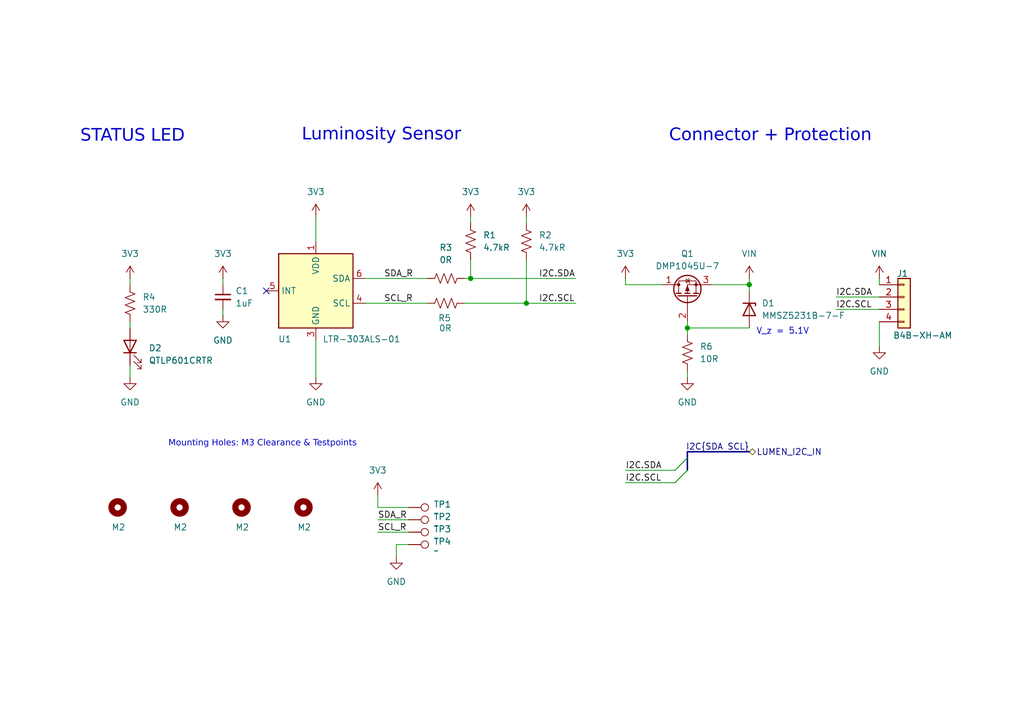
<source format=kicad_sch>
(kicad_sch (version 20231120) (generator "eeschema") (generator_version "8.0")
  (paper "A5")
  (title_block (title "${SHEETNAME}") (date "2024-11-25") (rev "1.0.0") (company "Demeter ") (comment 1 "Akshat Doctor"))
  (lib_symbols
    (symbol "Connector:TestPoint" (pin_numbers hide) (pin_names (offset 0.762) hide)
      (property "Reference" "TP" (at 0 6.858 0))
      (property "Value" "TestPoint" (at 0 5.08 0))
      (symbol "TestPoint_0_1"
        (circle (center 0 3.302) (radius 0.762))
      )
      (symbol "TestPoint_1_1"
        (pin passive line (at 0 0 90) (length 2.54) (name "1") (number "1"))
      )
    )
    (symbol "Connector_Generic:Conn_01x04" (pin_names (offset 1.016) hide)
      (property "Reference" "J" (at 0 5.08 0))
      (property "Value" "Conn_01x04" (at 0 -7.62 0))
      (symbol "Conn_01x04_1_1"
        (rectangle (start -1.27 -4.953) (end 0 -5.207) (stroke (width 0.1524)))
        (rectangle (start -1.27 -2.413) (end 0 -2.667) (stroke (width 0.1524)))
        (rectangle (start -1.27 0.127) (end 0 -0.127) (stroke (width 0.1524)))
        (rectangle (start -1.27 2.667) (end 0 2.413) (stroke (width 0.1524)))
        (rectangle (start -1.27 3.81) (end 1.27 -6.35) (stroke (width 0.254)) (fill (type background)))
        (pin passive line (at -5.08 2.54 0) (length 3.81) (name "Pin_1") (number "1"))
        (pin passive line (at -5.08 0 0) (length 3.81) (name "Pin_2") (number "2"))
        (pin passive line (at -5.08 -2.54 0) (length 3.81) (name "Pin_3") (number "3"))
        (pin passive line (at -5.08 -5.08 0) (length 3.81) (name "Pin_4") (number "4"))
      )
    )
    (symbol "Device:C_Small" (pin_numbers hide) (pin_names (offset 0.254) hide)
      (property "Reference" "C" (at 0.254 1.778 0))
      (property "Value" "C_Small" (at 0.254 -2.032 0))
      (symbol "C_Small_0_1"
        (polyline (pts (xy -1.524 -0.508) (xy 1.524 -0.508)) (stroke (width 0.3302)))
        (polyline (pts (xy -1.524 0.508) (xy 1.524 0.508)) (stroke (width 0.3048)))
      )
      (symbol "C_Small_1_1"
        (pin passive line (at 0 2.54 270) (length 2.032) (name "~") (number "1"))
        (pin passive line (at 0 -2.54 90) (length 2.032) (name "~") (number "2"))
      )
    )
    (symbol "Device:D_Zener" (pin_numbers hide) (pin_names (offset 1.016) hide)
      (property "Reference" "D" (at 0 2.54 0))
      (property "Value" "D_Zener" (at 0 -2.54 0))
      (symbol "D_Zener_0_1"
        (polyline (pts (xy 1.27 0) (xy -1.27 0)))
        (polyline (pts (xy -1.27 -1.27) (xy -1.27 1.27) (xy -0.762 1.27)) (stroke (width 0.254)))
        (polyline (pts (xy 1.27 -1.27) (xy 1.27 1.27) (xy -1.27 0) (xy 1.27 -1.27)) (stroke (width 0.254)))
      )
      (symbol "D_Zener_1_1"
        (pin passive line (at -3.81 0 0) (length 2.54) (name "K") (number "1"))
        (pin passive line (at 3.81 0 180) (length 2.54) (name "A") (number "2"))
      )
    )
    (symbol "Device:LED" (pin_numbers hide) (pin_names (offset 1.016) hide)
      (property "Reference" "D" (at 0 2.54 0))
      (property "Value" "LED" (at 0 -2.54 0))
      (symbol "LED_0_1"
        (polyline (pts (xy -1.27 -1.27) (xy -1.27 1.27)) (stroke (width 0.254)))
        (polyline (pts (xy -1.27 0) (xy 1.27 0)))
        (polyline (pts (xy 1.27 -1.27) (xy 1.27 1.27) (xy -1.27 0) (xy 1.27 -1.27)) (stroke (width 0.254)))
        (polyline (pts (xy -3.048 -0.762) (xy -4.572 -2.286) (xy -3.81 -2.286) (xy -4.572 -2.286) (xy -4.572 -1.524)))
        (polyline (pts (xy -1.778 -0.762) (xy -3.302 -2.286) (xy -2.54 -2.286) (xy -3.302 -2.286) (xy -3.302 -1.524)))
      )
      (symbol "LED_1_1"
        (pin passive line (at -3.81 0 0) (length 2.54) (name "K") (number "1"))
        (pin passive line (at 3.81 0 180) (length 2.54) (name "A") (number "2"))
      )
    )
    (symbol "Device:Q_PMOS_DGS" (pin_names (offset 0) hide)
      (property "Reference" "Q" (at 5.08 1.27 0))
      (property "Value" "Q_PMOS_DGS" (at 5.08 -1.27 0))
      (symbol "Q_PMOS_DGS_0_1"
        (polyline (pts (xy 0.254 0) (xy -2.54 0)))
        (polyline (pts (xy 0.254 1.905) (xy 0.254 -1.905)) (stroke (width 0.254)))
        (polyline (pts (xy 0.762 -1.27) (xy 0.762 -2.286)) (stroke (width 0.254)))
        (polyline (pts (xy 0.762 0.508) (xy 0.762 -0.508)) (stroke (width 0.254)))
        (polyline (pts (xy 0.762 2.286) (xy 0.762 1.27)) (stroke (width 0.254)))
        (polyline (pts (xy 2.54 2.54) (xy 2.54 1.778)))
        (polyline (pts (xy 2.54 -2.54) (xy 2.54 0) (xy 0.762 0)))
        (polyline (pts (xy 0.762 1.778) (xy 3.302 1.778) (xy 3.302 -1.778) (xy 0.762 -1.778)))
        (polyline (pts (xy 2.286 0) (xy 1.27 0.381) (xy 1.27 -0.381) (xy 2.286 0)) (fill (type outline)))
        (polyline (pts (xy 2.794 -0.508) (xy 2.921 -0.381) (xy 3.683 -0.381) (xy 3.81 -0.254)))
        (polyline (pts (xy 3.302 -0.381) (xy 2.921 0.254) (xy 3.683 0.254) (xy 3.302 -0.381)))
        (circle (center 1.651 0) (radius 2.794) (stroke (width 0.254)))
        (circle (center 2.54 -1.778) (radius 0.254) (fill (type outline)))
        (circle (center 2.54 1.778) (radius 0.254) (fill (type outline)))
      )
      (symbol "Q_PMOS_DGS_1_1"
        (pin passive line (at 2.54 5.08 270) (length 2.54) (name "D") (number "1"))
        (pin input line (at -5.08 0 0) (length 2.54) (name "G") (number "2"))
        (pin passive line (at 2.54 -5.08 90) (length 2.54) (name "S") (number "3"))
      )
    )
    (symbol "Device:R_US" (pin_numbers hide) (pin_names (offset 0))
      (property "Reference" "R" (at 2.54 0 90))
      (property "Value" "R_US" (at -2.54 0 90))
      (symbol "R_US_0_1"
        (polyline (pts (xy 0 -2.286) (xy 0 -2.54)))
        (polyline (pts (xy 0 2.286) (xy 0 2.54)))
        (polyline (pts (xy 0 -0.762) (xy 1.016 -1.143) (xy 0 -1.524) (xy -1.016 -1.905) (xy 0 -2.286)))
        (polyline (pts (xy 0 0.762) (xy 1.016 0.381) (xy 0 0) (xy -1.016 -0.381) (xy 0 -0.762)))
        (polyline (pts (xy 0 2.286) (xy 1.016 1.905) (xy 0 1.524) (xy -1.016 1.143) (xy 0 0.762)))
      )
      (symbol "R_US_1_1"
        (pin passive line (at 0 3.81 270) (length 1.27) (name "~") (number "1"))
        (pin passive line (at 0 -3.81 90) (length 1.27) (name "~") (number "2"))
      )
    )
    (symbol "Mechanical:MountingHole" (pin_names (offset 1.016)) (exclude_from_sim yes) (in_bom no)
      (property "Reference" "H" (at 0 5.08 0))
      (property "Value" "MountingHole" (at 0 3.175 0))
      (symbol "MountingHole_0_1"
        (circle (center 0 0) (radius 1.27) (stroke (width 1.27)))
      )
    )
    (symbol "Sensor_Optical:LTR-303ALS-01"
      (property "Reference" "U" (at -7.62 8.89 0))
      (property "Value" "LTR-303ALS-01" (at 1.27 8.89 0))
      (symbol "LTR-303ALS-01_0_1"
        (rectangle (start -7.62 7.62) (end 7.62 -7.62) (stroke (width 0.254)) (fill (type background)))
      )
      (symbol "LTR-303ALS-01_1_1"
        (pin power_in line (at 0 10.16 270) (length 2.54) (name "VDD") (number "1"))
        (pin no_connect line (at 7.62 -2.54 180) (length 2.54) hide (name "NC") (number "2"))
        (pin power_in line (at 0 -10.16 90) (length 2.54) (name "GND") (number "3"))
        (pin input line (at -10.16 -2.54 0) (length 2.54) (name "SCL") (number "4"))
        (pin open_collector line (at 10.16 0 180) (length 2.54) (name "INT") (number "5"))
        (pin bidirectional line (at -10.16 2.54 0) (length 2.54) (name "SDA") (number "6"))
      )
    )
    (symbol "power:GND" (power) (pin_numbers hide) (pin_names (offset 0) hide)
      (property "Value" "GND" (at 0 -3.81 0))
      (symbol "GND_0_1"
        (polyline (pts (xy 0 0) (xy 0 -1.27) (xy 1.27 -1.27) (xy 0 -2.54) (xy -1.27 -1.27) (xy 0 -1.27)))
      )
      (symbol "GND_1_1"
        (pin power_in line (at 0 0 270) (length 0) (name "~") (number "1"))
      )
    )
    (symbol "power:VBUS" (power) (pin_numbers hide) (pin_names (offset 0) hide)
      (property "Value" "VBUS" (at 0 3.556 0))
      (symbol "VBUS_0_1"
        (polyline (pts (xy -0.762 1.27) (xy 0 2.54)))
        (polyline (pts (xy 0 0) (xy 0 2.54)))
        (polyline (pts (xy 0 2.54) (xy 0.762 1.27)))
      )
      (symbol "VBUS_1_1"
        (pin power_in line (at 0 0 90) (length 0) (name "~") (number "1"))
      )
    )
  )
  (junction (at 140.97 67.31))
  (junction (at 96.52 57.15))
  (junction (at 107.95 62.23))
  (junction (at 153.67 58.42))
  (no_connect (at 54.61 59.69))
  (bus_entry (at 140.97 96.52) (size -2.54 2.54))
  (bus_entry (at 140.97 93.98) (size -2.54 2.54))
  (bus_entry (at 140.97 96.52) (size -2.54 2.54))
  (bus_entry (at 140.97 93.98) (size -2.54 2.54))
  (wire (pts (xy 64.77 69.85) (xy 64.77 77.47)))
  (wire (pts (xy 107.95 44.45) (xy 107.95 45.72)))
  (bus (pts (xy 140.97 93.98) (xy 140.97 96.52)))
  (wire (pts (xy 140.97 66.04) (xy 140.97 67.31)))
  (wire (pts (xy 107.95 62.23) (xy 107.95 53.34)))
  (wire (pts (xy 146.05 58.42) (xy 153.67 58.42)))
  (wire (pts (xy 74.93 62.23) (xy 87.63 62.23)))
  (wire (pts (xy 180.34 66.04) (xy 180.34 71.12)))
  (wire (pts (xy 107.95 62.23) (xy 118.11 62.23)))
  (wire (pts (xy 140.97 68.58) (xy 140.97 67.31)))
  (wire (pts (xy 26.67 66.04) (xy 26.67 67.31)))
  (wire (pts (xy 128.27 99.06) (xy 138.43 99.06)))
  (wire (pts (xy 45.72 57.15) (xy 45.72 58.42)))
  (wire (pts (xy 140.97 67.31) (xy 153.67 67.31)))
  (wire (pts (xy 64.77 49.53) (xy 64.77 44.45)))
  (wire (pts (xy 128.27 58.42) (xy 135.89 58.42)))
  (wire (pts (xy 77.47 109.22) (xy 83.82 109.22)))
  (wire (pts (xy 96.52 53.34) (xy 96.52 57.15)))
  (wire (pts (xy 83.82 104.14) (xy 77.47 104.14)))
  (wire (pts (xy 128.27 57.15) (xy 128.27 58.42)))
  (wire (pts (xy 26.67 74.93) (xy 26.67 77.47)))
  (wire (pts (xy 128.27 96.52) (xy 138.43 96.52)))
  (wire (pts (xy 45.72 63.5) (xy 45.72 64.77)))
  (wire (pts (xy 140.97 76.2) (xy 140.97 77.47)))
  (wire (pts (xy 81.28 111.76) (xy 81.28 114.3)))
  (wire (pts (xy 95.25 62.23) (xy 107.95 62.23)))
  (wire (pts (xy 77.47 106.68) (xy 83.82 106.68)))
  (wire (pts (xy 153.67 57.15) (xy 153.67 58.42)))
  (wire (pts (xy 83.82 111.76) (xy 81.28 111.76)))
  (bus (pts (xy 140.97 92.71) (xy 153.67 92.71)))
  (wire (pts (xy 96.52 44.45) (xy 96.52 45.72)))
  (wire (pts (xy 95.25 57.15) (xy 96.52 57.15)))
  (wire (pts (xy 180.34 57.15) (xy 180.34 58.42)))
  (wire (pts (xy 26.67 57.15) (xy 26.67 58.42)))
  (wire (pts (xy 96.52 57.15) (xy 118.11 57.15)))
  (wire (pts (xy 171.45 63.5) (xy 180.34 63.5)))
  (wire (pts (xy 153.67 59.69) (xy 153.67 58.42)))
  (wire (pts (xy 171.45 60.96) (xy 180.34 60.96)))
  (wire (pts (xy 77.47 101.6) (xy 77.47 104.14)))
  (wire (pts (xy 74.93 57.15) (xy 87.63 57.15)))
  (bus (pts (xy 140.97 92.71) (xy 140.97 93.98)))
  (text "Connector + Protection\n\n" (at 157.988 30.734 0) (effects (font (size 2.54 2.54))))
  (text "V_z = 5.1V" (at 160.528 68.072 0) (effects (font (size 1.27 1.27))))
  (text "STATUS LED\n" (exclude_from_sim yes) (at 27.178 28.702 0) (effects (font (size 2.54 2.54))))
  (text "Luminosity Sensor\n" (at 78.232 28.448 0) (effects (font (size 2.54 2.54))))
  (text "Mounting Holes: M3 Clearance & Testpoints\n" (at 53.848 91.44 0) (effects (font (size 1.27 1.27))))
  (label "SCL_R" (at 78.74 62.23 0))
  (label "I2C.SCL" (at 171.45 63.5 0))
  (label "I2C.SCL" (at 110.49 62.23 0))
  (label "SDA_R" (at 78.74 57.15 0))
  (label "I2C{SDA SCL}" (at 153.67 92.71 180))
  (label "I2C.SDA" (at 171.45 60.96 0))
  (label "I2C.SCL" (at 128.27 99.06 0))
  (label "I2C.SDA" (at 110.49 57.15 0))
  (label "SCL_R" (at 77.47 109.22 0))
  (label "I2C.SDA" (at 128.27 96.52 0))
  (label "SDA_R" (at 77.47 106.68 0))
  (hierarchical_label "LUMEN_I2C_IN" (shape bidirectional) (at 153.67 92.71 0))
  (symbol (lib_id "Device:R_US") (at 26.67 62.23 180) (unit 1)
    (property "Reference" "R4" (at 29.21 60.9599 0) (effects (justify right)))
    (property "Value" "330R" (at 29.21 63.4999 0) (effects (justify right)))
    (property "Footprint" "Resistor_SMD:R_0402_1005Metric" (effects (hide yes)))
    (property "Description" "Resistor, US symbol" (effects (hide yes)))
    (property "Part Number" "RC0603FR-07330RL" (effects (hide yes)))
  )
  (symbol (lib_id "power:GND") (at 81.28 114.3 0) (mirror y) (unit 1)
    (property "Reference" "#PWR015" (effects (hide yes)))
    (property "Value" "GND" (at 81.28 119.38 0))
    (property "Description" "Power symbol creates a global label with name \"GND\" , ground" (effects (hide yes)))
  )
  (symbol (lib_id "Device:Q_PMOS_DGS") (at 140.97 60.96 90) (unit 1)
    (property "Reference" "Q1" (at 140.97 52.07 90))
    (property "Value" "DMP1045U-7" (at 140.97 54.61 90))
    (property "Footprint" "Package_TO_SOT_SMD:SOT-23-3" (effects (hide yes)))
    (property "Description" "P-MOSFET transistor, drain/gate/source" (effects (hide yes)))
    (property "Part Number" "DMP1045U-7" (effects (hide yes)))
  )
  (symbol (lib_id "Device:R_US") (at 91.44 62.23 90) (unit 1)
    (property "Reference" "R5" (at 91.186 65.278 90))
    (property "Value" "0R" (at 91.3406 67.3461 90))
    (property "Footprint" "Resistor_SMD:R_0603_1608Metric" (effects (hide yes)))
    (property "Description" "Resistor, US symbol" (effects (hide yes)))
    (property "Part Number" "RC0603FR-070RL" (effects (hide yes)))
  )
  (symbol (lib_id "power:VBUS") (at 107.95 44.45 0) (mirror y) (unit 1)
    (property "Reference" "#PWR03" (effects (hide yes)))
    (property "Value" "3V3" (at 107.95 39.37 0))
    (property "Description" "Power symbol creates a global label with name \"VBUS\"" (effects (hide yes)))
  )
  (symbol (lib_id "Device:LED") (at 26.67 71.12 90) (unit 1)
    (property "Reference" "D2" (at 30.48 71.4374 90) (effects (justify right)))
    (property "Value" "QTLP601CRTR" (at 30.48 73.9774 90) (effects (justify right)))
    (property "Footprint" "LED_SMD:LED_0603_1608Metric" (effects (hide yes)))
    (property "Description" "Light emitting diode" (effects (hide yes)))
    (property "Part Number" "QTLP601CRTR" (effects (hide yes)))
  )
  (symbol (lib_id "power:VBUS") (at 26.67 57.15 0) (mirror y) (unit 1)
    (property "Reference" "#PWR04" (effects (hide yes)))
    (property "Value" "3V3" (at 26.67 52.07 0))
    (property "Description" "Power symbol creates a global label with name \"VBUS\"" (effects (hide yes)))
  )
  (symbol (lib_id "power:GND") (at 26.67 77.47 0) (mirror y) (unit 1)
    (property "Reference" "#PWR011" (effects (hide yes)))
    (property "Value" "GND" (at 26.67 82.55 0))
    (property "Description" "Power symbol creates a global label with name \"GND\" , ground" (effects (hide yes)))
  )
  (symbol (lib_id "Mechanical:MountingHole") (at 36.83 104.14 0) (unit 1) (exclude_from_sim yes) (in_bom no)
    (property "Reference" "H2" (effects (hide yes)))
    (property "Value" "M2" (at 35.56 108.204 0) (effects (justify left)))
    (property "Footprint" "MountingHole:MountingHole_2.2mm_M2_Pad" (effects (hide yes)))
    (property "Description" "Mounting Hole without connection" (effects (hide yes)))
  )
  (symbol (lib_id "Mechanical:MountingHole") (at 49.53 104.14 0) (unit 1) (exclude_from_sim yes) (in_bom no)
    (property "Reference" "H3" (effects (hide yes)))
    (property "Value" "M2" (at 48.26 108.204 0) (effects (justify left)))
    (property "Footprint" "MountingHole:MountingHole_2.2mm_M2_Pad" (effects (hide yes)))
    (property "Description" "Mounting Hole without connection" (effects (hide yes)))
  )
  (symbol (lib_id "power:VBUS") (at 45.72 57.15 0) (mirror y) (unit 1)
    (property "Reference" "#PWR05" (effects (hide yes)))
    (property "Value" "3V3" (at 45.72 52.07 0))
    (property "Description" "Power symbol creates a global label with name \"VBUS\"" (effects (hide yes)))
  )
  (symbol (lib_id "Connector:TestPoint") (at 83.82 106.68 270) (unit 1)
    (property "Reference" "TP2" (at 88.9 106.0449 90) (effects (justify left)))
    (property "Value" "~" (at 88.9 107.95 90) (effects (justify left)))
    (property "Footprint" "TestPoint:TestPoint_Pad_D1.0mm" (effects (hide yes)))
    (property "Description" "test point" (effects (hide yes)))
  )
  (symbol (lib_id "power:GND") (at 140.97 77.47 0) (mirror y) (unit 1)
    (property "Reference" "#PWR013" (effects (hide yes)))
    (property "Value" "GND" (at 140.97 82.55 0))
    (property "Description" "Power symbol creates a global label with name \"GND\" , ground" (effects (hide yes)))
  )
  (symbol (lib_id "Mechanical:MountingHole") (at 24.13 104.14 0) (unit 1) (exclude_from_sim yes) (in_bom no)
    (property "Reference" "H1" (effects (hide yes)))
    (property "Value" "M2" (at 22.86 108.204 0) (effects (justify left)))
    (property "Footprint" "MountingHole:MountingHole_2.2mm_M2_Pad" (effects (hide yes)))
    (property "Description" "Mounting Hole without connection" (effects (hide yes)))
  )
  (symbol (lib_id "Connector_Generic:Conn_01x04") (at 185.42 60.96 0) (unit 1)
    (property "Reference" "J1" (at 183.896 56.134 0) (effects (justify left)))
    (property "Value" "B4B-XH-AM" (at 183.134 68.834 0) (effects (justify left)))
    (property "Footprint" "Connector_JST:JST_XH_B4B-XH-AM_1x04_P2.50mm_Vertical" (effects (hide yes)))
    (property "Description" "Generic connector, single row, 01x04, script generated (kicad-library-utils/schlib/autogen/connector/)" (effects (hide yes)))
    (property "Part Number" "B4B-XH-AM " (effects (hide yes)))
  )
  (symbol (lib_id "Device:D_Zener") (at 153.67 63.5 270) (unit 1)
    (property "Reference" "D1" (at 156.21 62.2299 90) (effects (justify left)))
    (property "Value" "MMSZ5231B-7-F" (at 156.21 64.7699 90) (effects (justify left)))
    (property "Footprint" "Diode_SMD:D_SOD-123" (effects (hide yes)))
    (property "Description" "Zener diode" (effects (hide yes)))
    (property "Part Number" "MMSZ5231B-7-F" (effects (hide yes)))
  )
  (symbol (lib_id "power:VBUS") (at 96.52 44.45 0) (mirror y) (unit 1)
    (property "Reference" "#PWR02" (effects (hide yes)))
    (property "Value" "3V3" (at 96.52 39.37 0))
    (property "Description" "Power symbol creates a global label with name \"VBUS\"" (effects (hide yes)))
  )
  (symbol (lib_id "Connector:TestPoint") (at 83.82 104.14 270) (unit 1)
    (property "Reference" "TP1" (at 88.9 103.5049 90) (effects (justify left)))
    (property "Value" "~" (at 88.9 105.41 90) (effects (justify left)))
    (property "Footprint" "TestPoint:TestPoint_Pad_D1.0mm" (effects (hide yes)))
    (property "Description" "test point" (effects (hide yes)))
  )
  (symbol (lib_id "power:GND") (at 180.34 71.12 0) (mirror y) (unit 1)
    (property "Reference" "#PWR010" (effects (hide yes)))
    (property "Value" "GND" (at 180.34 76.2 0))
    (property "Description" "Power symbol creates a global label with name \"GND\" , ground" (effects (hide yes)))
  )
  (symbol (lib_id "Device:R_US") (at 107.95 49.53 180) (unit 1)
    (property "Reference" "R2" (at 110.49 48.2599 0) (effects (justify right)))
    (property "Value" "4.7kR" (at 110.49 50.7999 0) (effects (justify right)))
    (property "Footprint" "Resistor_SMD:R_0603_1608Metric" (effects (hide yes)))
    (property "Description" "Resistor, US symbol" (effects (hide yes)))
    (property "Part Number" "RC0603FR-074K7L" (effects (hide yes)))
  )
  (symbol (lib_id "power:VBUS") (at 153.67 57.15 0) (mirror y) (unit 1)
    (property "Reference" "#PWR07" (effects (hide yes)))
    (property "Value" "VIN" (at 153.67 52.07 0))
    (property "Description" "Power symbol creates a global label with name \"VBUS\"" (effects (hide yes)))
  )
  (symbol (lib_id "Connector:TestPoint") (at 83.82 111.76 270) (unit 1)
    (property "Reference" "TP4" (at 88.9 111.1249 90) (effects (justify left)))
    (property "Value" "~" (at 88.9 113.03 90) (effects (justify left)))
    (property "Footprint" "TestPoint:TestPoint_Pad_D1.0mm" (effects (hide yes)))
    (property "Description" "test point" (effects (hide yes)))
  )
  (symbol (lib_id "power:GND") (at 64.77 77.47 0) (mirror y) (unit 1)
    (property "Reference" "#PWR012" (effects (hide yes)))
    (property "Value" "GND" (at 64.77 82.55 0))
    (property "Description" "Power symbol creates a global label with name \"GND\" , ground" (effects (hide yes)))
  )
  (symbol (lib_id "power:VBUS") (at 128.27 57.15 0) (mirror y) (unit 1)
    (property "Reference" "#PWR06" (effects (hide yes)))
    (property "Value" "3V3" (at 128.27 52.07 0))
    (property "Description" "Power symbol creates a global label with name \"VBUS\"" (effects (hide yes)))
  )
  (symbol (lib_id "Device:C_Small") (at 45.72 60.96 0) (unit 1)
    (property "Reference" "C1" (at 48.26 59.6962 0) (effects (justify left)))
    (property "Value" "1uF" (at 48.26 62.2362 0) (effects (justify left)))
    (property "Footprint" "Capacitor_SMD:C_1206_3216Metric" (effects (hide yes)))
    (property "Description" "Unpolarized capacitor, small symbol" (effects (hide yes)))
    (property "Part Number" "CL31B105KCHNNNE " (effects (hide yes)))
  )
  (symbol (lib_id "Mechanical:MountingHole") (at 62.23 104.14 0) (unit 1) (exclude_from_sim yes) (in_bom no)
    (property "Reference" "H4" (effects (hide yes)))
    (property "Value" "M2" (at 60.96 108.204 0) (effects (justify left)))
    (property "Footprint" "MountingHole:MountingHole_2.2mm_M2_Pad" (effects (hide yes)))
    (property "Description" "Mounting Hole without connection" (effects (hide yes)))
  )
  (symbol (lib_id "power:VBUS") (at 180.34 57.15 0) (mirror y) (unit 1)
    (property "Reference" "#PWR08" (effects (hide yes)))
    (property "Value" "VIN" (at 180.34 52.07 0))
    (property "Description" "Power symbol creates a global label with name \"VBUS\"" (effects (hide yes)))
  )
  (symbol (lib_id "power:VBUS") (at 64.77 44.45 0) (mirror y) (unit 1)
    (property "Reference" "#PWR01" (effects (hide yes)))
    (property "Value" "3V3" (at 64.77 39.37 0))
    (property "Description" "Power symbol creates a global label with name \"VBUS\"" (effects (hide yes)))
  )
  (symbol (lib_id "power:GND") (at 45.72 64.77 0) (mirror y) (unit 1)
    (property "Reference" "#PWR09" (effects (hide yes)))
    (property "Value" "GND" (at 45.72 69.85 0))
    (property "Description" "Power symbol creates a global label with name \"GND\" , ground" (effects (hide yes)))
  )
  (symbol (lib_id "Sensor_Optical:LTR-303ALS-01") (at 64.77 59.69 0) (mirror y) (unit 1)
    (property "Reference" "U1" (at 58.42 69.596 0))
    (property "Value" "LTR-303ALS-01" (at 74.168 69.596 0))
    (property "Footprint" "OptoDevice:Lite-On_LTR-303ALS-01" (effects (hide yes)))
    (property "Datasheet" "https://optoelectronics.liteon.com/upload/download/DS86-2013-0004/LTR-303ALS-01_DS_V1.pdf" (effects (hide yes)))
    (property "Description" "ambient light sensor, i2c interface, 0.01 to 64k lux, 2.4-3.6V" (effects (hide yes)))
    (property "Part Number" "LTR-303ALS-01" (effects (hide yes)))
  )
  (symbol (lib_id "Connector:TestPoint") (at 83.82 109.22 270) (unit 1)
    (property "Reference" "TP3" (at 88.9 108.5849 90) (effects (justify left)))
    (property "Value" "~" (at 88.9 110.49 90) (effects (justify left)))
    (property "Footprint" "TestPoint:TestPoint_Pad_D1.0mm" (effects (hide yes)))
    (property "Description" "test point" (effects (hide yes)))
  )
  (symbol (lib_id "power:VBUS") (at 77.47 101.6 0) (mirror y) (unit 1)
    (property "Reference" "#PWR014" (effects (hide yes)))
    (property "Value" "3V3" (at 77.47 96.52 0))
    (property "Description" "Power symbol creates a global label with name \"VBUS\"" (effects (hide yes)))
  )
  (symbol (lib_id "Device:R_US") (at 91.44 57.15 90) (unit 1)
    (property "Reference" "R3" (at 91.44 50.8 90))
    (property "Value" "0R" (at 91.44 53.34 90))
    (property "Footprint" "Resistor_SMD:R_0603_1608Metric" (effects (hide yes)))
    (property "Description" "Resistor, US symbol" (effects (hide yes)))
    (property "Part Number" "RC0603FR-070RL" (effects (hide yes)))
  )
  (symbol (lib_id "Device:R_US") (at 96.52 49.53 180) (unit 1)
    (property "Reference" "R1" (at 99.06 48.2599 0) (effects (justify right)))
    (property "Value" "4.7kR" (at 99.06 50.7999 0) (effects (justify right)))
    (property "Footprint" "Resistor_SMD:R_0603_1608Metric" (effects (hide yes)))
    (property "Description" "Resistor, US symbol" (effects (hide yes)))
    (property "Part Number" "RC0603FR-074K7L" (effects (hide yes)))
  )
  (symbol (lib_id "Device:R_US") (at 140.97 72.39 0) (unit 1)
    (property "Reference" "R6" (at 143.51 71.1199 0) (effects (justify left)))
    (property "Value" "10R" (at 143.51 73.6599 0) (effects (justify left)))
    (property "Footprint" "Resistor_SMD:R_0402_1005Metric" (effects (hide yes)))
    (property "Description" "Resistor, US symbol" (effects (hide yes)))
    (property "Part Number" "RC0603FR-0710RL" (effects (hide yes)))
  )
)
</source>
